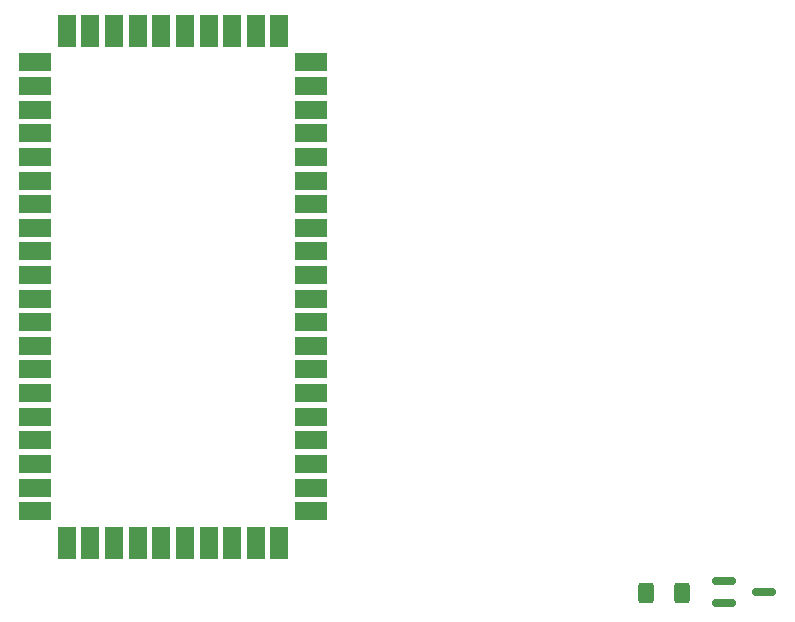
<source format=gtp>
%TF.GenerationSoftware,KiCad,Pcbnew,8.0.6-8.0.6-0~ubuntu22.04.1*%
%TF.CreationDate,2024-11-29T09:40:30+00:00*%
%TF.ProjectId,zx-spectrum-pico-dma,7a782d73-7065-4637-9472-756d2d706963,rev?*%
%TF.SameCoordinates,Original*%
%TF.FileFunction,Paste,Top*%
%TF.FilePolarity,Positive*%
%FSLAX46Y46*%
G04 Gerber Fmt 4.6, Leading zero omitted, Abs format (unit mm)*
G04 Created by KiCad (PCBNEW 8.0.6-8.0.6-0~ubuntu22.04.1) date 2024-11-29 09:40:30*
%MOMM*%
%LPD*%
G01*
G04 APERTURE LIST*
G04 Aperture macros list*
%AMRoundRect*
0 Rectangle with rounded corners*
0 $1 Rounding radius*
0 $2 $3 $4 $5 $6 $7 $8 $9 X,Y pos of 4 corners*
0 Add a 4 corners polygon primitive as box body*
4,1,4,$2,$3,$4,$5,$6,$7,$8,$9,$2,$3,0*
0 Add four circle primitives for the rounded corners*
1,1,$1+$1,$2,$3*
1,1,$1+$1,$4,$5*
1,1,$1+$1,$6,$7*
1,1,$1+$1,$8,$9*
0 Add four rect primitives between the rounded corners*
20,1,$1+$1,$2,$3,$4,$5,0*
20,1,$1+$1,$4,$5,$6,$7,0*
20,1,$1+$1,$6,$7,$8,$9,0*
20,1,$1+$1,$8,$9,$2,$3,0*%
G04 Aperture macros list end*
%ADD10RoundRect,0.250000X-0.400000X-0.625000X0.400000X-0.625000X0.400000X0.625000X-0.400000X0.625000X0*%
%ADD11RoundRect,0.162500X-0.837500X-0.162500X0.837500X-0.162500X0.837500X0.162500X-0.837500X0.162500X0*%
%ADD12R,1.500000X2.800000*%
%ADD13R,2.800000X1.500000*%
G04 APERTURE END LIST*
D10*
%TO.C,R101*%
X138150000Y-118000000D03*
X135050000Y-118000000D03*
%TD*%
D11*
%TO.C,Q101*%
X145120000Y-117950000D03*
X141700000Y-118900000D03*
X141700000Y-117000000D03*
%TD*%
D12*
%TO.C,U101*%
X86050000Y-113750000D03*
X88050000Y-113750000D03*
X90050000Y-113750000D03*
X92050000Y-113750000D03*
X94050000Y-113750000D03*
X96050000Y-113750000D03*
X98050000Y-113750000D03*
X100050000Y-113750000D03*
X102050000Y-113750000D03*
X104050000Y-113750000D03*
D13*
X106700000Y-111100000D03*
X106700000Y-109100000D03*
X106700000Y-107100000D03*
X106700000Y-105100000D03*
X106700000Y-103100000D03*
X106700000Y-101100000D03*
X106700000Y-99100000D03*
X106700000Y-97100000D03*
X106700000Y-95100000D03*
X106700000Y-93100000D03*
X106700000Y-91100000D03*
X106700000Y-89100000D03*
X106700000Y-87100000D03*
X106700000Y-85100000D03*
X106700000Y-83100000D03*
X106700000Y-81100000D03*
X106700000Y-79100000D03*
X106700000Y-77100000D03*
X106700000Y-75100000D03*
X106700000Y-73100000D03*
X83400000Y-93100000D03*
X83400000Y-95100000D03*
X83400000Y-97100000D03*
X83400000Y-99100000D03*
X83400000Y-101100000D03*
X83400000Y-103100000D03*
X83400000Y-105100000D03*
X83400000Y-107100000D03*
X83400000Y-109100000D03*
X83400000Y-111100000D03*
D12*
X104050000Y-70450000D03*
X102050000Y-70450000D03*
X100050000Y-70450000D03*
X98050000Y-70450000D03*
X96050000Y-70450000D03*
X94050000Y-70450000D03*
X92050000Y-70450000D03*
X90050000Y-70450000D03*
X88050000Y-70450000D03*
X86050000Y-70450000D03*
D13*
X83400000Y-73100000D03*
X83400000Y-75100000D03*
X83400000Y-77100000D03*
X83400000Y-79100000D03*
X83400000Y-81100000D03*
X83400000Y-83100000D03*
X83400000Y-85100000D03*
X83400000Y-87100000D03*
X83400000Y-89100000D03*
X83400000Y-91100000D03*
%TD*%
M02*

</source>
